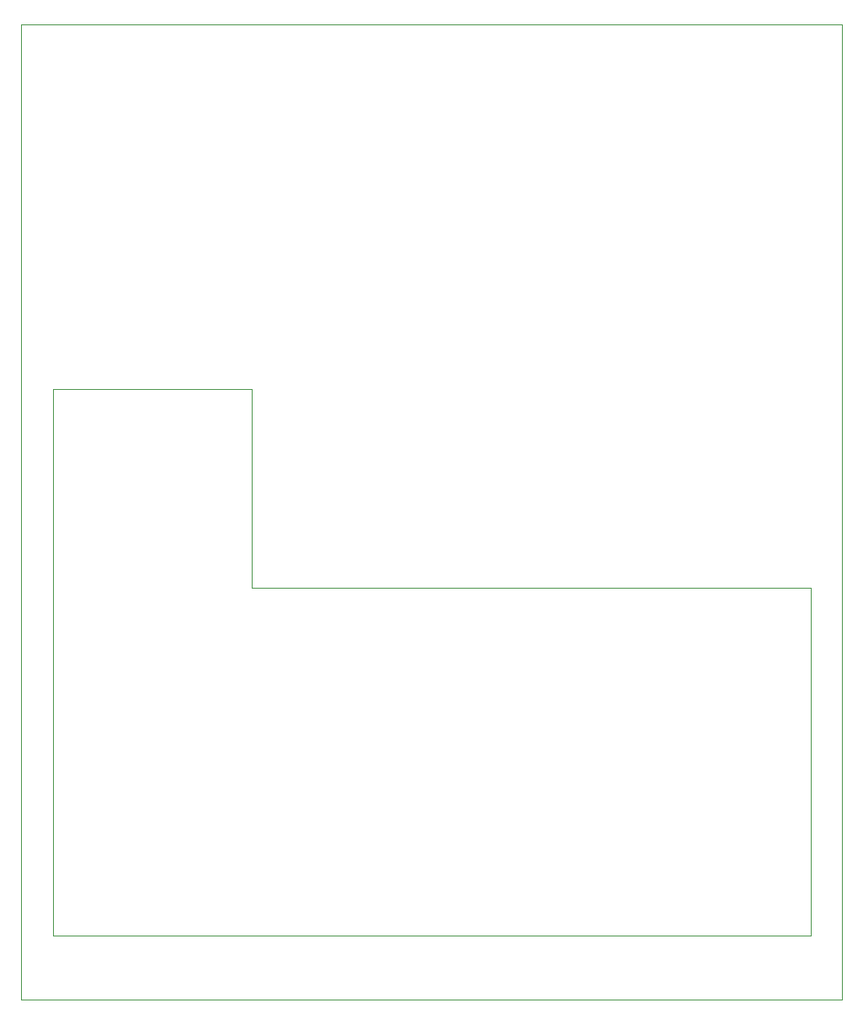
<source format=gbr>
G04 #@! TF.GenerationSoftware,KiCad,Pcbnew,(5.1.2)-2*
G04 #@! TF.CreationDate,2021-08-28T01:11:49-04:00*
G04 #@! TF.ProjectId,MAG_Plus,4d41475f-506c-4757-932e-6b696361645f,rev?*
G04 #@! TF.SameCoordinates,Original*
G04 #@! TF.FileFunction,Profile,NP*
%FSLAX46Y46*%
G04 Gerber Fmt 4.6, Leading zero omitted, Abs format (unit mm)*
G04 Created by KiCad (PCBNEW (5.1.2)-2) date 2021-08-28 01:11:49*
%MOMM*%
%LPD*%
G04 APERTURE LIST*
%ADD10C,0.050000*%
G04 APERTURE END LIST*
D10*
X39200000Y-232600000D02*
X39200000Y-177600000D01*
X59200000Y-197600000D02*
X115410000Y-197600000D01*
X59200000Y-177600000D02*
X59200000Y-197600000D01*
X39200000Y-177600000D02*
X59200000Y-177600000D01*
X115410000Y-197600000D02*
X115400000Y-232590000D01*
X39200000Y-232600000D02*
X115400000Y-232590000D01*
X36000000Y-239000000D02*
X36000000Y-141000000D01*
X118600000Y-239000000D02*
X36000000Y-239000000D01*
X118600000Y-141000000D02*
X118600000Y-239000000D01*
X36000000Y-141000000D02*
X118600000Y-141000000D01*
M02*

</source>
